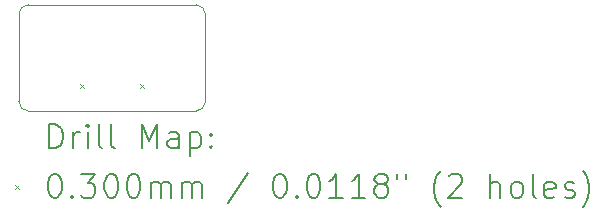
<source format=gbr>
%TF.GenerationSoftware,KiCad,Pcbnew,8.0.8*%
%TF.CreationDate,2025-05-09T09:08:47-04:00*%
%TF.ProjectId,dipole-breakout,6469706f-6c65-42d6-9272-65616b6f7574,rev?*%
%TF.SameCoordinates,Original*%
%TF.FileFunction,Drillmap*%
%TF.FilePolarity,Positive*%
%FSLAX45Y45*%
G04 Gerber Fmt 4.5, Leading zero omitted, Abs format (unit mm)*
G04 Created by KiCad (PCBNEW 8.0.8) date 2025-05-09 09:08:47*
%MOMM*%
%LPD*%
G01*
G04 APERTURE LIST*
%ADD10C,0.050000*%
%ADD11C,0.200000*%
%ADD12C,0.100000*%
G04 APERTURE END LIST*
D10*
X17720000Y-8050000D02*
X16300000Y-8050000D01*
X17800000Y-8870000D02*
X17800000Y-8130000D01*
X16300000Y-8950000D02*
X17720000Y-8950000D01*
X16220000Y-8130000D02*
X16220000Y-8870000D01*
X17800000Y-8870000D02*
G75*
G02*
X17720000Y-8950000I-80000J0D01*
G01*
X17720000Y-8050000D02*
G75*
G02*
X17800000Y-8130000I0J-80000D01*
G01*
X16220000Y-8130000D02*
G75*
G02*
X16300000Y-8050000I80000J0D01*
G01*
X16300000Y-8950000D02*
G75*
G02*
X16220000Y-8870000I0J80000D01*
G01*
D11*
D12*
X16741000Y-8721800D02*
X16771000Y-8751800D01*
X16771000Y-8721800D02*
X16741000Y-8751800D01*
X17249000Y-8721800D02*
X17279000Y-8751800D01*
X17279000Y-8721800D02*
X17249000Y-8751800D01*
D11*
X16478277Y-9263984D02*
X16478277Y-9063984D01*
X16478277Y-9063984D02*
X16525896Y-9063984D01*
X16525896Y-9063984D02*
X16554467Y-9073508D01*
X16554467Y-9073508D02*
X16573515Y-9092555D01*
X16573515Y-9092555D02*
X16583039Y-9111603D01*
X16583039Y-9111603D02*
X16592562Y-9149698D01*
X16592562Y-9149698D02*
X16592562Y-9178270D01*
X16592562Y-9178270D02*
X16583039Y-9216365D01*
X16583039Y-9216365D02*
X16573515Y-9235412D01*
X16573515Y-9235412D02*
X16554467Y-9254460D01*
X16554467Y-9254460D02*
X16525896Y-9263984D01*
X16525896Y-9263984D02*
X16478277Y-9263984D01*
X16678277Y-9263984D02*
X16678277Y-9130651D01*
X16678277Y-9168746D02*
X16687800Y-9149698D01*
X16687800Y-9149698D02*
X16697324Y-9140174D01*
X16697324Y-9140174D02*
X16716372Y-9130651D01*
X16716372Y-9130651D02*
X16735420Y-9130651D01*
X16802086Y-9263984D02*
X16802086Y-9130651D01*
X16802086Y-9063984D02*
X16792562Y-9073508D01*
X16792562Y-9073508D02*
X16802086Y-9083032D01*
X16802086Y-9083032D02*
X16811610Y-9073508D01*
X16811610Y-9073508D02*
X16802086Y-9063984D01*
X16802086Y-9063984D02*
X16802086Y-9083032D01*
X16925896Y-9263984D02*
X16906848Y-9254460D01*
X16906848Y-9254460D02*
X16897324Y-9235412D01*
X16897324Y-9235412D02*
X16897324Y-9063984D01*
X17030658Y-9263984D02*
X17011610Y-9254460D01*
X17011610Y-9254460D02*
X17002086Y-9235412D01*
X17002086Y-9235412D02*
X17002086Y-9063984D01*
X17259229Y-9263984D02*
X17259229Y-9063984D01*
X17259229Y-9063984D02*
X17325896Y-9206841D01*
X17325896Y-9206841D02*
X17392562Y-9063984D01*
X17392562Y-9063984D02*
X17392562Y-9263984D01*
X17573515Y-9263984D02*
X17573515Y-9159222D01*
X17573515Y-9159222D02*
X17563991Y-9140174D01*
X17563991Y-9140174D02*
X17544943Y-9130651D01*
X17544943Y-9130651D02*
X17506848Y-9130651D01*
X17506848Y-9130651D02*
X17487801Y-9140174D01*
X17573515Y-9254460D02*
X17554467Y-9263984D01*
X17554467Y-9263984D02*
X17506848Y-9263984D01*
X17506848Y-9263984D02*
X17487801Y-9254460D01*
X17487801Y-9254460D02*
X17478277Y-9235412D01*
X17478277Y-9235412D02*
X17478277Y-9216365D01*
X17478277Y-9216365D02*
X17487801Y-9197317D01*
X17487801Y-9197317D02*
X17506848Y-9187793D01*
X17506848Y-9187793D02*
X17554467Y-9187793D01*
X17554467Y-9187793D02*
X17573515Y-9178270D01*
X17668753Y-9130651D02*
X17668753Y-9330651D01*
X17668753Y-9140174D02*
X17687801Y-9130651D01*
X17687801Y-9130651D02*
X17725896Y-9130651D01*
X17725896Y-9130651D02*
X17744943Y-9140174D01*
X17744943Y-9140174D02*
X17754467Y-9149698D01*
X17754467Y-9149698D02*
X17763991Y-9168746D01*
X17763991Y-9168746D02*
X17763991Y-9225889D01*
X17763991Y-9225889D02*
X17754467Y-9244936D01*
X17754467Y-9244936D02*
X17744943Y-9254460D01*
X17744943Y-9254460D02*
X17725896Y-9263984D01*
X17725896Y-9263984D02*
X17687801Y-9263984D01*
X17687801Y-9263984D02*
X17668753Y-9254460D01*
X17849705Y-9244936D02*
X17859229Y-9254460D01*
X17859229Y-9254460D02*
X17849705Y-9263984D01*
X17849705Y-9263984D02*
X17840182Y-9254460D01*
X17840182Y-9254460D02*
X17849705Y-9244936D01*
X17849705Y-9244936D02*
X17849705Y-9263984D01*
X17849705Y-9140174D02*
X17859229Y-9149698D01*
X17859229Y-9149698D02*
X17849705Y-9159222D01*
X17849705Y-9159222D02*
X17840182Y-9149698D01*
X17840182Y-9149698D02*
X17849705Y-9140174D01*
X17849705Y-9140174D02*
X17849705Y-9159222D01*
D12*
X16187500Y-9577500D02*
X16217500Y-9607500D01*
X16217500Y-9577500D02*
X16187500Y-9607500D01*
D11*
X16516372Y-9483984D02*
X16535420Y-9483984D01*
X16535420Y-9483984D02*
X16554467Y-9493508D01*
X16554467Y-9493508D02*
X16563991Y-9503032D01*
X16563991Y-9503032D02*
X16573515Y-9522079D01*
X16573515Y-9522079D02*
X16583039Y-9560174D01*
X16583039Y-9560174D02*
X16583039Y-9607793D01*
X16583039Y-9607793D02*
X16573515Y-9645889D01*
X16573515Y-9645889D02*
X16563991Y-9664936D01*
X16563991Y-9664936D02*
X16554467Y-9674460D01*
X16554467Y-9674460D02*
X16535420Y-9683984D01*
X16535420Y-9683984D02*
X16516372Y-9683984D01*
X16516372Y-9683984D02*
X16497324Y-9674460D01*
X16497324Y-9674460D02*
X16487800Y-9664936D01*
X16487800Y-9664936D02*
X16478277Y-9645889D01*
X16478277Y-9645889D02*
X16468753Y-9607793D01*
X16468753Y-9607793D02*
X16468753Y-9560174D01*
X16468753Y-9560174D02*
X16478277Y-9522079D01*
X16478277Y-9522079D02*
X16487800Y-9503032D01*
X16487800Y-9503032D02*
X16497324Y-9493508D01*
X16497324Y-9493508D02*
X16516372Y-9483984D01*
X16668753Y-9664936D02*
X16678277Y-9674460D01*
X16678277Y-9674460D02*
X16668753Y-9683984D01*
X16668753Y-9683984D02*
X16659229Y-9674460D01*
X16659229Y-9674460D02*
X16668753Y-9664936D01*
X16668753Y-9664936D02*
X16668753Y-9683984D01*
X16744943Y-9483984D02*
X16868753Y-9483984D01*
X16868753Y-9483984D02*
X16802086Y-9560174D01*
X16802086Y-9560174D02*
X16830658Y-9560174D01*
X16830658Y-9560174D02*
X16849705Y-9569698D01*
X16849705Y-9569698D02*
X16859229Y-9579222D01*
X16859229Y-9579222D02*
X16868753Y-9598270D01*
X16868753Y-9598270D02*
X16868753Y-9645889D01*
X16868753Y-9645889D02*
X16859229Y-9664936D01*
X16859229Y-9664936D02*
X16849705Y-9674460D01*
X16849705Y-9674460D02*
X16830658Y-9683984D01*
X16830658Y-9683984D02*
X16773515Y-9683984D01*
X16773515Y-9683984D02*
X16754467Y-9674460D01*
X16754467Y-9674460D02*
X16744943Y-9664936D01*
X16992562Y-9483984D02*
X17011610Y-9483984D01*
X17011610Y-9483984D02*
X17030658Y-9493508D01*
X17030658Y-9493508D02*
X17040182Y-9503032D01*
X17040182Y-9503032D02*
X17049705Y-9522079D01*
X17049705Y-9522079D02*
X17059229Y-9560174D01*
X17059229Y-9560174D02*
X17059229Y-9607793D01*
X17059229Y-9607793D02*
X17049705Y-9645889D01*
X17049705Y-9645889D02*
X17040182Y-9664936D01*
X17040182Y-9664936D02*
X17030658Y-9674460D01*
X17030658Y-9674460D02*
X17011610Y-9683984D01*
X17011610Y-9683984D02*
X16992562Y-9683984D01*
X16992562Y-9683984D02*
X16973515Y-9674460D01*
X16973515Y-9674460D02*
X16963991Y-9664936D01*
X16963991Y-9664936D02*
X16954467Y-9645889D01*
X16954467Y-9645889D02*
X16944943Y-9607793D01*
X16944943Y-9607793D02*
X16944943Y-9560174D01*
X16944943Y-9560174D02*
X16954467Y-9522079D01*
X16954467Y-9522079D02*
X16963991Y-9503032D01*
X16963991Y-9503032D02*
X16973515Y-9493508D01*
X16973515Y-9493508D02*
X16992562Y-9483984D01*
X17183039Y-9483984D02*
X17202086Y-9483984D01*
X17202086Y-9483984D02*
X17221134Y-9493508D01*
X17221134Y-9493508D02*
X17230658Y-9503032D01*
X17230658Y-9503032D02*
X17240182Y-9522079D01*
X17240182Y-9522079D02*
X17249705Y-9560174D01*
X17249705Y-9560174D02*
X17249705Y-9607793D01*
X17249705Y-9607793D02*
X17240182Y-9645889D01*
X17240182Y-9645889D02*
X17230658Y-9664936D01*
X17230658Y-9664936D02*
X17221134Y-9674460D01*
X17221134Y-9674460D02*
X17202086Y-9683984D01*
X17202086Y-9683984D02*
X17183039Y-9683984D01*
X17183039Y-9683984D02*
X17163991Y-9674460D01*
X17163991Y-9674460D02*
X17154467Y-9664936D01*
X17154467Y-9664936D02*
X17144943Y-9645889D01*
X17144943Y-9645889D02*
X17135420Y-9607793D01*
X17135420Y-9607793D02*
X17135420Y-9560174D01*
X17135420Y-9560174D02*
X17144943Y-9522079D01*
X17144943Y-9522079D02*
X17154467Y-9503032D01*
X17154467Y-9503032D02*
X17163991Y-9493508D01*
X17163991Y-9493508D02*
X17183039Y-9483984D01*
X17335420Y-9683984D02*
X17335420Y-9550651D01*
X17335420Y-9569698D02*
X17344943Y-9560174D01*
X17344943Y-9560174D02*
X17363991Y-9550651D01*
X17363991Y-9550651D02*
X17392563Y-9550651D01*
X17392563Y-9550651D02*
X17411610Y-9560174D01*
X17411610Y-9560174D02*
X17421134Y-9579222D01*
X17421134Y-9579222D02*
X17421134Y-9683984D01*
X17421134Y-9579222D02*
X17430658Y-9560174D01*
X17430658Y-9560174D02*
X17449705Y-9550651D01*
X17449705Y-9550651D02*
X17478277Y-9550651D01*
X17478277Y-9550651D02*
X17497324Y-9560174D01*
X17497324Y-9560174D02*
X17506848Y-9579222D01*
X17506848Y-9579222D02*
X17506848Y-9683984D01*
X17602086Y-9683984D02*
X17602086Y-9550651D01*
X17602086Y-9569698D02*
X17611610Y-9560174D01*
X17611610Y-9560174D02*
X17630658Y-9550651D01*
X17630658Y-9550651D02*
X17659229Y-9550651D01*
X17659229Y-9550651D02*
X17678277Y-9560174D01*
X17678277Y-9560174D02*
X17687801Y-9579222D01*
X17687801Y-9579222D02*
X17687801Y-9683984D01*
X17687801Y-9579222D02*
X17697324Y-9560174D01*
X17697324Y-9560174D02*
X17716372Y-9550651D01*
X17716372Y-9550651D02*
X17744943Y-9550651D01*
X17744943Y-9550651D02*
X17763991Y-9560174D01*
X17763991Y-9560174D02*
X17773515Y-9579222D01*
X17773515Y-9579222D02*
X17773515Y-9683984D01*
X18163991Y-9474460D02*
X17992563Y-9731603D01*
X18421134Y-9483984D02*
X18440182Y-9483984D01*
X18440182Y-9483984D02*
X18459229Y-9493508D01*
X18459229Y-9493508D02*
X18468753Y-9503032D01*
X18468753Y-9503032D02*
X18478277Y-9522079D01*
X18478277Y-9522079D02*
X18487801Y-9560174D01*
X18487801Y-9560174D02*
X18487801Y-9607793D01*
X18487801Y-9607793D02*
X18478277Y-9645889D01*
X18478277Y-9645889D02*
X18468753Y-9664936D01*
X18468753Y-9664936D02*
X18459229Y-9674460D01*
X18459229Y-9674460D02*
X18440182Y-9683984D01*
X18440182Y-9683984D02*
X18421134Y-9683984D01*
X18421134Y-9683984D02*
X18402086Y-9674460D01*
X18402086Y-9674460D02*
X18392563Y-9664936D01*
X18392563Y-9664936D02*
X18383039Y-9645889D01*
X18383039Y-9645889D02*
X18373515Y-9607793D01*
X18373515Y-9607793D02*
X18373515Y-9560174D01*
X18373515Y-9560174D02*
X18383039Y-9522079D01*
X18383039Y-9522079D02*
X18392563Y-9503032D01*
X18392563Y-9503032D02*
X18402086Y-9493508D01*
X18402086Y-9493508D02*
X18421134Y-9483984D01*
X18573515Y-9664936D02*
X18583039Y-9674460D01*
X18583039Y-9674460D02*
X18573515Y-9683984D01*
X18573515Y-9683984D02*
X18563991Y-9674460D01*
X18563991Y-9674460D02*
X18573515Y-9664936D01*
X18573515Y-9664936D02*
X18573515Y-9683984D01*
X18706848Y-9483984D02*
X18725896Y-9483984D01*
X18725896Y-9483984D02*
X18744944Y-9493508D01*
X18744944Y-9493508D02*
X18754467Y-9503032D01*
X18754467Y-9503032D02*
X18763991Y-9522079D01*
X18763991Y-9522079D02*
X18773515Y-9560174D01*
X18773515Y-9560174D02*
X18773515Y-9607793D01*
X18773515Y-9607793D02*
X18763991Y-9645889D01*
X18763991Y-9645889D02*
X18754467Y-9664936D01*
X18754467Y-9664936D02*
X18744944Y-9674460D01*
X18744944Y-9674460D02*
X18725896Y-9683984D01*
X18725896Y-9683984D02*
X18706848Y-9683984D01*
X18706848Y-9683984D02*
X18687801Y-9674460D01*
X18687801Y-9674460D02*
X18678277Y-9664936D01*
X18678277Y-9664936D02*
X18668753Y-9645889D01*
X18668753Y-9645889D02*
X18659229Y-9607793D01*
X18659229Y-9607793D02*
X18659229Y-9560174D01*
X18659229Y-9560174D02*
X18668753Y-9522079D01*
X18668753Y-9522079D02*
X18678277Y-9503032D01*
X18678277Y-9503032D02*
X18687801Y-9493508D01*
X18687801Y-9493508D02*
X18706848Y-9483984D01*
X18963991Y-9683984D02*
X18849706Y-9683984D01*
X18906848Y-9683984D02*
X18906848Y-9483984D01*
X18906848Y-9483984D02*
X18887801Y-9512555D01*
X18887801Y-9512555D02*
X18868753Y-9531603D01*
X18868753Y-9531603D02*
X18849706Y-9541127D01*
X19154467Y-9683984D02*
X19040182Y-9683984D01*
X19097325Y-9683984D02*
X19097325Y-9483984D01*
X19097325Y-9483984D02*
X19078277Y-9512555D01*
X19078277Y-9512555D02*
X19059229Y-9531603D01*
X19059229Y-9531603D02*
X19040182Y-9541127D01*
X19268753Y-9569698D02*
X19249706Y-9560174D01*
X19249706Y-9560174D02*
X19240182Y-9550651D01*
X19240182Y-9550651D02*
X19230658Y-9531603D01*
X19230658Y-9531603D02*
X19230658Y-9522079D01*
X19230658Y-9522079D02*
X19240182Y-9503032D01*
X19240182Y-9503032D02*
X19249706Y-9493508D01*
X19249706Y-9493508D02*
X19268753Y-9483984D01*
X19268753Y-9483984D02*
X19306848Y-9483984D01*
X19306848Y-9483984D02*
X19325896Y-9493508D01*
X19325896Y-9493508D02*
X19335420Y-9503032D01*
X19335420Y-9503032D02*
X19344944Y-9522079D01*
X19344944Y-9522079D02*
X19344944Y-9531603D01*
X19344944Y-9531603D02*
X19335420Y-9550651D01*
X19335420Y-9550651D02*
X19325896Y-9560174D01*
X19325896Y-9560174D02*
X19306848Y-9569698D01*
X19306848Y-9569698D02*
X19268753Y-9569698D01*
X19268753Y-9569698D02*
X19249706Y-9579222D01*
X19249706Y-9579222D02*
X19240182Y-9588746D01*
X19240182Y-9588746D02*
X19230658Y-9607793D01*
X19230658Y-9607793D02*
X19230658Y-9645889D01*
X19230658Y-9645889D02*
X19240182Y-9664936D01*
X19240182Y-9664936D02*
X19249706Y-9674460D01*
X19249706Y-9674460D02*
X19268753Y-9683984D01*
X19268753Y-9683984D02*
X19306848Y-9683984D01*
X19306848Y-9683984D02*
X19325896Y-9674460D01*
X19325896Y-9674460D02*
X19335420Y-9664936D01*
X19335420Y-9664936D02*
X19344944Y-9645889D01*
X19344944Y-9645889D02*
X19344944Y-9607793D01*
X19344944Y-9607793D02*
X19335420Y-9588746D01*
X19335420Y-9588746D02*
X19325896Y-9579222D01*
X19325896Y-9579222D02*
X19306848Y-9569698D01*
X19421134Y-9483984D02*
X19421134Y-9522079D01*
X19497325Y-9483984D02*
X19497325Y-9522079D01*
X19792563Y-9760174D02*
X19783039Y-9750651D01*
X19783039Y-9750651D02*
X19763991Y-9722079D01*
X19763991Y-9722079D02*
X19754468Y-9703032D01*
X19754468Y-9703032D02*
X19744944Y-9674460D01*
X19744944Y-9674460D02*
X19735420Y-9626841D01*
X19735420Y-9626841D02*
X19735420Y-9588746D01*
X19735420Y-9588746D02*
X19744944Y-9541127D01*
X19744944Y-9541127D02*
X19754468Y-9512555D01*
X19754468Y-9512555D02*
X19763991Y-9493508D01*
X19763991Y-9493508D02*
X19783039Y-9464936D01*
X19783039Y-9464936D02*
X19792563Y-9455412D01*
X19859229Y-9503032D02*
X19868753Y-9493508D01*
X19868753Y-9493508D02*
X19887801Y-9483984D01*
X19887801Y-9483984D02*
X19935420Y-9483984D01*
X19935420Y-9483984D02*
X19954468Y-9493508D01*
X19954468Y-9493508D02*
X19963991Y-9503032D01*
X19963991Y-9503032D02*
X19973515Y-9522079D01*
X19973515Y-9522079D02*
X19973515Y-9541127D01*
X19973515Y-9541127D02*
X19963991Y-9569698D01*
X19963991Y-9569698D02*
X19849706Y-9683984D01*
X19849706Y-9683984D02*
X19973515Y-9683984D01*
X20211610Y-9683984D02*
X20211610Y-9483984D01*
X20297325Y-9683984D02*
X20297325Y-9579222D01*
X20297325Y-9579222D02*
X20287801Y-9560174D01*
X20287801Y-9560174D02*
X20268753Y-9550651D01*
X20268753Y-9550651D02*
X20240182Y-9550651D01*
X20240182Y-9550651D02*
X20221134Y-9560174D01*
X20221134Y-9560174D02*
X20211610Y-9569698D01*
X20421134Y-9683984D02*
X20402087Y-9674460D01*
X20402087Y-9674460D02*
X20392563Y-9664936D01*
X20392563Y-9664936D02*
X20383039Y-9645889D01*
X20383039Y-9645889D02*
X20383039Y-9588746D01*
X20383039Y-9588746D02*
X20392563Y-9569698D01*
X20392563Y-9569698D02*
X20402087Y-9560174D01*
X20402087Y-9560174D02*
X20421134Y-9550651D01*
X20421134Y-9550651D02*
X20449706Y-9550651D01*
X20449706Y-9550651D02*
X20468753Y-9560174D01*
X20468753Y-9560174D02*
X20478277Y-9569698D01*
X20478277Y-9569698D02*
X20487801Y-9588746D01*
X20487801Y-9588746D02*
X20487801Y-9645889D01*
X20487801Y-9645889D02*
X20478277Y-9664936D01*
X20478277Y-9664936D02*
X20468753Y-9674460D01*
X20468753Y-9674460D02*
X20449706Y-9683984D01*
X20449706Y-9683984D02*
X20421134Y-9683984D01*
X20602087Y-9683984D02*
X20583039Y-9674460D01*
X20583039Y-9674460D02*
X20573515Y-9655412D01*
X20573515Y-9655412D02*
X20573515Y-9483984D01*
X20754468Y-9674460D02*
X20735420Y-9683984D01*
X20735420Y-9683984D02*
X20697325Y-9683984D01*
X20697325Y-9683984D02*
X20678277Y-9674460D01*
X20678277Y-9674460D02*
X20668753Y-9655412D01*
X20668753Y-9655412D02*
X20668753Y-9579222D01*
X20668753Y-9579222D02*
X20678277Y-9560174D01*
X20678277Y-9560174D02*
X20697325Y-9550651D01*
X20697325Y-9550651D02*
X20735420Y-9550651D01*
X20735420Y-9550651D02*
X20754468Y-9560174D01*
X20754468Y-9560174D02*
X20763991Y-9579222D01*
X20763991Y-9579222D02*
X20763991Y-9598270D01*
X20763991Y-9598270D02*
X20668753Y-9617317D01*
X20840182Y-9674460D02*
X20859230Y-9683984D01*
X20859230Y-9683984D02*
X20897325Y-9683984D01*
X20897325Y-9683984D02*
X20916372Y-9674460D01*
X20916372Y-9674460D02*
X20925896Y-9655412D01*
X20925896Y-9655412D02*
X20925896Y-9645889D01*
X20925896Y-9645889D02*
X20916372Y-9626841D01*
X20916372Y-9626841D02*
X20897325Y-9617317D01*
X20897325Y-9617317D02*
X20868753Y-9617317D01*
X20868753Y-9617317D02*
X20849706Y-9607793D01*
X20849706Y-9607793D02*
X20840182Y-9588746D01*
X20840182Y-9588746D02*
X20840182Y-9579222D01*
X20840182Y-9579222D02*
X20849706Y-9560174D01*
X20849706Y-9560174D02*
X20868753Y-9550651D01*
X20868753Y-9550651D02*
X20897325Y-9550651D01*
X20897325Y-9550651D02*
X20916372Y-9560174D01*
X20992563Y-9760174D02*
X21002087Y-9750651D01*
X21002087Y-9750651D02*
X21021134Y-9722079D01*
X21021134Y-9722079D02*
X21030658Y-9703032D01*
X21030658Y-9703032D02*
X21040182Y-9674460D01*
X21040182Y-9674460D02*
X21049706Y-9626841D01*
X21049706Y-9626841D02*
X21049706Y-9588746D01*
X21049706Y-9588746D02*
X21040182Y-9541127D01*
X21040182Y-9541127D02*
X21030658Y-9512555D01*
X21030658Y-9512555D02*
X21021134Y-9493508D01*
X21021134Y-9493508D02*
X21002087Y-9464936D01*
X21002087Y-9464936D02*
X20992563Y-9455412D01*
M02*

</source>
